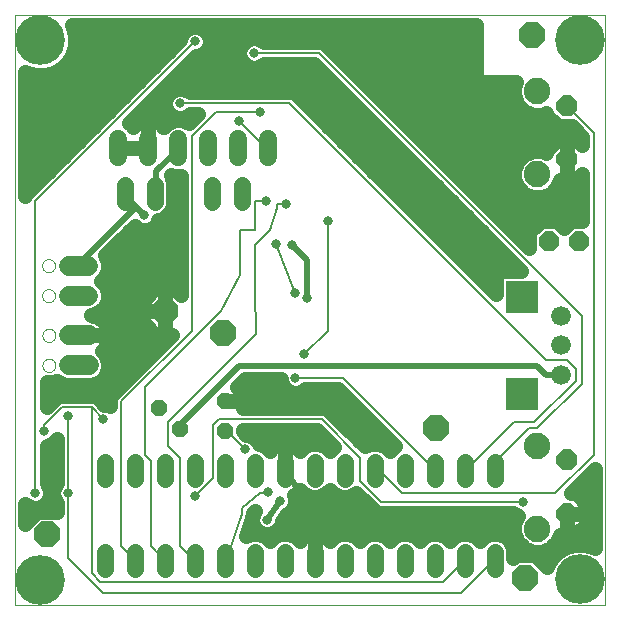
<source format=gtl>
G75*
%MOIN*%
%OFA0B0*%
%FSLAX24Y24*%
%IPPOS*%
%LPD*%
%AMOC8*
5,1,8,0,0,1.08239X$1,22.5*
%
%ADD10C,0.0000*%
%ADD11C,0.0560*%
%ADD12OC8,0.0660*%
%ADD13OC8,0.0850*%
%ADD14OC8,0.0700*%
%ADD15C,0.0885*%
%ADD16C,0.0660*%
%ADD17R,0.1102X0.1102*%
%ADD18C,0.0600*%
%ADD19C,0.0650*%
%ADD20OC8,0.0520*%
%ADD21C,0.0197*%
%ADD22C,0.0317*%
%ADD23C,0.0500*%
%ADD24C,0.0080*%
%ADD25C,0.1660*%
D10*
X000350Y000350D02*
X000350Y020035D01*
X020035Y020035D01*
X020035Y000350D01*
X000350Y000350D01*
X001267Y008344D02*
X001269Y008373D01*
X001275Y008401D01*
X001284Y008429D01*
X001297Y008455D01*
X001314Y008478D01*
X001333Y008500D01*
X001355Y008519D01*
X001380Y008534D01*
X001406Y008547D01*
X001434Y008555D01*
X001462Y008560D01*
X001491Y008561D01*
X001520Y008558D01*
X001548Y008551D01*
X001575Y008541D01*
X001601Y008527D01*
X001624Y008510D01*
X001645Y008490D01*
X001663Y008467D01*
X001678Y008442D01*
X001689Y008415D01*
X001697Y008387D01*
X001701Y008358D01*
X001701Y008330D01*
X001697Y008301D01*
X001689Y008273D01*
X001678Y008246D01*
X001663Y008221D01*
X001645Y008198D01*
X001624Y008178D01*
X001601Y008161D01*
X001575Y008147D01*
X001548Y008137D01*
X001520Y008130D01*
X001491Y008127D01*
X001462Y008128D01*
X001434Y008133D01*
X001406Y008141D01*
X001380Y008154D01*
X001355Y008169D01*
X001333Y008188D01*
X001314Y008210D01*
X001297Y008233D01*
X001284Y008259D01*
X001275Y008287D01*
X001269Y008315D01*
X001267Y008344D01*
X001267Y009344D02*
X001269Y009373D01*
X001275Y009401D01*
X001284Y009429D01*
X001297Y009455D01*
X001314Y009478D01*
X001333Y009500D01*
X001355Y009519D01*
X001380Y009534D01*
X001406Y009547D01*
X001434Y009555D01*
X001462Y009560D01*
X001491Y009561D01*
X001520Y009558D01*
X001548Y009551D01*
X001575Y009541D01*
X001601Y009527D01*
X001624Y009510D01*
X001645Y009490D01*
X001663Y009467D01*
X001678Y009442D01*
X001689Y009415D01*
X001697Y009387D01*
X001701Y009358D01*
X001701Y009330D01*
X001697Y009301D01*
X001689Y009273D01*
X001678Y009246D01*
X001663Y009221D01*
X001645Y009198D01*
X001624Y009178D01*
X001601Y009161D01*
X001575Y009147D01*
X001548Y009137D01*
X001520Y009130D01*
X001491Y009127D01*
X001462Y009128D01*
X001434Y009133D01*
X001406Y009141D01*
X001380Y009154D01*
X001355Y009169D01*
X001333Y009188D01*
X001314Y009210D01*
X001297Y009233D01*
X001284Y009259D01*
X001275Y009287D01*
X001269Y009315D01*
X001267Y009344D01*
X001259Y010670D02*
X001261Y010699D01*
X001267Y010727D01*
X001276Y010755D01*
X001289Y010781D01*
X001306Y010804D01*
X001325Y010826D01*
X001347Y010845D01*
X001372Y010860D01*
X001398Y010873D01*
X001426Y010881D01*
X001454Y010886D01*
X001483Y010887D01*
X001512Y010884D01*
X001540Y010877D01*
X001567Y010867D01*
X001593Y010853D01*
X001616Y010836D01*
X001637Y010816D01*
X001655Y010793D01*
X001670Y010768D01*
X001681Y010741D01*
X001689Y010713D01*
X001693Y010684D01*
X001693Y010656D01*
X001689Y010627D01*
X001681Y010599D01*
X001670Y010572D01*
X001655Y010547D01*
X001637Y010524D01*
X001616Y010504D01*
X001593Y010487D01*
X001567Y010473D01*
X001540Y010463D01*
X001512Y010456D01*
X001483Y010453D01*
X001454Y010454D01*
X001426Y010459D01*
X001398Y010467D01*
X001372Y010480D01*
X001347Y010495D01*
X001325Y010514D01*
X001306Y010536D01*
X001289Y010559D01*
X001276Y010585D01*
X001267Y010613D01*
X001261Y010641D01*
X001259Y010670D01*
X001259Y011670D02*
X001261Y011699D01*
X001267Y011727D01*
X001276Y011755D01*
X001289Y011781D01*
X001306Y011804D01*
X001325Y011826D01*
X001347Y011845D01*
X001372Y011860D01*
X001398Y011873D01*
X001426Y011881D01*
X001454Y011886D01*
X001483Y011887D01*
X001512Y011884D01*
X001540Y011877D01*
X001567Y011867D01*
X001593Y011853D01*
X001616Y011836D01*
X001637Y011816D01*
X001655Y011793D01*
X001670Y011768D01*
X001681Y011741D01*
X001689Y011713D01*
X001693Y011684D01*
X001693Y011656D01*
X001689Y011627D01*
X001681Y011599D01*
X001670Y011572D01*
X001655Y011547D01*
X001637Y011524D01*
X001616Y011504D01*
X001593Y011487D01*
X001567Y011473D01*
X001540Y011463D01*
X001512Y011456D01*
X001483Y011453D01*
X001454Y011454D01*
X001426Y011459D01*
X001398Y011467D01*
X001372Y011480D01*
X001347Y011495D01*
X001325Y011514D01*
X001306Y011536D01*
X001289Y011559D01*
X001276Y011585D01*
X001267Y011613D01*
X001261Y011641D01*
X001259Y011670D01*
D11*
X004021Y013790D02*
X004021Y014350D01*
X005021Y014350D02*
X005021Y013790D01*
X006916Y013783D02*
X006916Y014343D01*
X007916Y014343D02*
X007916Y013783D01*
X008350Y005130D02*
X008350Y004570D01*
X009350Y004570D02*
X009350Y005130D01*
X010350Y005130D02*
X010350Y004570D01*
X011350Y004570D02*
X011350Y005130D01*
X012350Y005130D02*
X012350Y004570D01*
X013350Y004570D02*
X013350Y005130D01*
X014350Y005130D02*
X014350Y004570D01*
X015350Y004570D02*
X015350Y005130D01*
X016350Y005130D02*
X016350Y004570D01*
X016350Y002130D02*
X016350Y001570D01*
X015350Y001570D02*
X015350Y002130D01*
X014350Y002130D02*
X014350Y001570D01*
X013350Y001570D02*
X013350Y002130D01*
X012350Y002130D02*
X012350Y001570D01*
X011350Y001570D02*
X011350Y002130D01*
X010350Y002130D02*
X010350Y001570D01*
X009350Y001570D02*
X009350Y002130D01*
X008350Y002130D02*
X008350Y001570D01*
X007350Y001570D02*
X007350Y002130D01*
X006350Y002130D02*
X006350Y001570D01*
X005350Y001570D02*
X005350Y002130D01*
X004350Y002130D02*
X004350Y001570D01*
X003350Y001570D02*
X003350Y002130D01*
X003350Y004570D02*
X003350Y005130D01*
X004350Y005130D02*
X004350Y004570D01*
X005350Y004570D02*
X005350Y005130D01*
X006350Y005130D02*
X006350Y004570D01*
X007350Y004570D02*
X007350Y005130D01*
D12*
X018157Y012502D03*
X019157Y012502D03*
D13*
X014380Y006269D03*
X007280Y009422D03*
X005350Y010143D03*
X001413Y002712D03*
X017371Y001258D03*
X017600Y019350D03*
D14*
X018753Y016988D03*
X018753Y015208D03*
X018753Y005177D03*
X018753Y003397D03*
D15*
X017773Y002907D03*
X017773Y005667D03*
X017773Y014718D03*
X017773Y017478D03*
D16*
X018568Y009996D03*
X018568Y009011D03*
X018568Y008027D03*
D17*
X017268Y007397D03*
X017268Y010626D03*
D18*
X008804Y015289D02*
X008804Y015889D01*
X007804Y015889D02*
X007804Y015289D01*
X006804Y015289D02*
X006804Y015889D01*
X005804Y015889D02*
X005804Y015289D01*
X004804Y015289D02*
X004804Y015889D01*
X003804Y015889D02*
X003804Y015289D01*
D19*
X002801Y011670D02*
X002151Y011670D01*
X002151Y010670D02*
X002801Y010670D01*
X002809Y009344D02*
X002160Y009344D01*
X002160Y008344D02*
X002809Y008344D01*
D20*
X005153Y006930D03*
X005853Y006230D03*
X007351Y006170D03*
X007351Y007170D03*
D21*
X007830Y008322D02*
X005763Y006256D01*
X005853Y006230D01*
X009350Y004990D02*
X009350Y004850D01*
X010350Y003350D01*
X010310Y003390D02*
X010322Y003402D01*
X009200Y003834D02*
X008761Y003204D01*
X009350Y004850D02*
X009350Y004870D01*
X007830Y008322D02*
X017771Y008322D01*
X018067Y008027D01*
X018568Y008027D01*
X010100Y010586D02*
X010100Y011850D01*
X009594Y012366D01*
X010094Y010586D02*
X010100Y010586D01*
X004673Y013350D02*
X004385Y013637D01*
X002515Y011767D01*
X002476Y011670D01*
X004385Y013637D02*
X003992Y014031D01*
X004021Y014070D01*
X005021Y014070D02*
X005074Y014130D01*
X005074Y014819D01*
X005763Y015507D01*
X005804Y015589D01*
X004804Y015589D02*
X004790Y015590D01*
X004790Y017030D01*
D22*
X004790Y017030D03*
X005862Y017082D03*
X007830Y016492D03*
X008519Y016787D03*
X008322Y018756D03*
X006354Y019149D03*
X008716Y013834D03*
X009405Y013736D03*
X010783Y013169D03*
X009594Y012366D03*
X009072Y012395D03*
X009700Y010767D03*
X010094Y010586D03*
X009996Y008716D03*
X009700Y007929D03*
X009600Y007100D03*
X009600Y006100D03*
X008030Y005550D03*
X008799Y004135D03*
X009200Y003834D03*
X008761Y003204D03*
X010350Y003350D03*
X011850Y003350D03*
X017279Y003795D03*
X006354Y003992D03*
X002122Y004090D03*
X001600Y004600D03*
X001039Y004090D03*
X001600Y005100D03*
X001334Y006157D03*
X002122Y006649D03*
X003303Y006551D03*
X002350Y007600D03*
X005350Y011030D03*
X004673Y013350D03*
D23*
X005131Y013180D02*
X005142Y013180D01*
X005366Y013273D01*
X005538Y013444D01*
X005631Y013669D01*
X005631Y014471D01*
X005544Y014682D01*
X005567Y014705D01*
X005679Y014659D01*
X005886Y014659D01*
X005886Y010703D01*
X005671Y010918D01*
X005350Y010918D01*
X005350Y010143D01*
X005350Y009368D01*
X005597Y009368D01*
X003684Y007455D01*
X003580Y007351D01*
X003523Y007215D01*
X003523Y006988D01*
X003400Y007039D01*
X003338Y007039D01*
X003223Y007154D01*
X003119Y007258D01*
X002983Y007314D01*
X001851Y007314D01*
X001715Y007258D01*
X001611Y007154D01*
X001409Y006952D01*
X001409Y007777D01*
X001597Y007777D01*
X001741Y007837D01*
X001789Y007789D01*
X002029Y007689D01*
X002939Y007689D01*
X003180Y007789D01*
X003364Y007973D01*
X003464Y008214D01*
X003464Y008474D01*
X003364Y008715D01*
X003249Y008831D01*
X003255Y008836D01*
X003318Y008898D01*
X003372Y008968D01*
X003416Y009045D01*
X003450Y009127D01*
X003472Y009212D01*
X003484Y009300D01*
X003484Y009344D01*
X003484Y009388D01*
X003472Y009476D01*
X003450Y009561D01*
X003416Y009643D01*
X003372Y009720D01*
X003318Y009790D01*
X003255Y009852D01*
X003185Y009906D01*
X003108Y009950D01*
X003027Y009984D01*
X002941Y010007D01*
X002878Y010016D01*
X002931Y010016D01*
X003172Y010115D01*
X003356Y010299D01*
X003456Y010540D01*
X003456Y010801D01*
X003356Y011041D01*
X003227Y011170D01*
X003356Y011299D01*
X003456Y011540D01*
X003456Y011801D01*
X003368Y012014D01*
X004343Y012989D01*
X004396Y012936D01*
X004576Y012862D01*
X004770Y012862D01*
X004950Y012936D01*
X005087Y013073D01*
X005131Y013180D01*
X005405Y013311D02*
X005886Y013311D01*
X005886Y013810D02*
X005631Y013810D01*
X005631Y014308D02*
X005886Y014308D01*
X004804Y015589D02*
X004454Y015589D01*
X003804Y015589D01*
X003804Y015589D01*
X004804Y015589D01*
X004804Y015589D01*
X004804Y015589D01*
X004804Y016539D01*
X004847Y016539D01*
X004931Y016528D01*
X005013Y016506D01*
X005092Y016473D01*
X005166Y016431D01*
X005233Y016379D01*
X005294Y016319D01*
X005315Y016291D01*
X005447Y016423D01*
X005679Y016519D01*
X005929Y016519D01*
X006157Y016425D01*
X006445Y016712D01*
X006183Y016712D01*
X006138Y016668D01*
X005959Y016594D01*
X005765Y016594D01*
X005585Y016668D01*
X005448Y016806D01*
X005373Y016985D01*
X005373Y017179D01*
X005448Y017359D01*
X005585Y017496D01*
X005765Y017571D01*
X005959Y017571D01*
X006138Y017496D01*
X006183Y017452D01*
X009577Y017452D01*
X009713Y017396D01*
X016387Y010722D01*
X016387Y011242D01*
X016437Y011364D01*
X016530Y011457D01*
X016652Y011507D01*
X017213Y011507D01*
X010335Y018386D01*
X008643Y018386D01*
X008599Y018341D01*
X008420Y018267D01*
X008225Y018267D01*
X008046Y018341D01*
X007908Y018479D01*
X007834Y018658D01*
X007834Y018853D01*
X007908Y019032D01*
X008046Y019170D01*
X008225Y019244D01*
X008420Y019244D01*
X008599Y019170D01*
X008643Y019126D01*
X010561Y019126D01*
X010697Y019069D01*
X017497Y012269D01*
X017497Y012775D01*
X017884Y013162D01*
X018430Y013162D01*
X018657Y012935D01*
X018884Y013162D01*
X019271Y013162D01*
X019271Y014736D01*
X019043Y014508D01*
X018753Y014508D01*
X018753Y015208D01*
X018753Y015208D01*
X018753Y015908D01*
X018463Y015908D01*
X018053Y015498D01*
X018053Y015438D01*
X017927Y015491D01*
X017620Y015491D01*
X017336Y015373D01*
X017118Y015156D01*
X017001Y014872D01*
X017001Y014564D01*
X017118Y014280D01*
X017336Y014063D01*
X017620Y013946D01*
X017927Y013946D01*
X018211Y014063D01*
X018428Y014280D01*
X018523Y014508D01*
X018753Y014508D01*
X018753Y015208D01*
X018753Y015208D01*
X018753Y015908D01*
X019043Y015908D01*
X019271Y015680D01*
X019271Y015945D01*
X018908Y016308D01*
X018472Y016308D01*
X018073Y016706D01*
X018073Y016766D01*
X017927Y016706D01*
X017620Y016706D01*
X017336Y016823D01*
X017118Y017040D01*
X017001Y017324D01*
X017001Y017632D01*
X017063Y017782D01*
X015738Y017780D01*
X015738Y019685D01*
X002246Y019685D01*
X002282Y019623D01*
X002361Y019328D01*
X002361Y019022D01*
X002282Y018727D01*
X002129Y018463D01*
X001913Y018247D01*
X001648Y018094D01*
X001353Y018015D01*
X001048Y018015D01*
X000753Y018094D01*
X000700Y018125D01*
X000700Y013983D01*
X000725Y014044D01*
X000829Y014148D01*
X005866Y019184D01*
X005866Y019246D01*
X005940Y019426D01*
X006077Y019563D01*
X006257Y019638D01*
X006451Y019638D01*
X006631Y019563D01*
X006768Y019426D01*
X006842Y019246D01*
X006842Y019052D01*
X006768Y018873D01*
X006631Y018735D01*
X006451Y018661D01*
X006389Y018661D01*
X004161Y016433D01*
X004166Y016431D01*
X004233Y016379D01*
X004294Y016319D01*
X004304Y016305D01*
X004314Y016319D01*
X004374Y016379D01*
X004442Y016431D01*
X004516Y016473D01*
X004595Y016506D01*
X004677Y016528D01*
X004761Y016539D01*
X004804Y016539D01*
X004804Y015589D01*
X004804Y015804D02*
X004804Y015804D01*
X004804Y016302D02*
X004804Y016302D01*
X005306Y016302D02*
X005326Y016302D01*
X005453Y016801D02*
X004528Y016801D01*
X005027Y017299D02*
X005423Y017299D01*
X005525Y017798D02*
X010923Y017798D01*
X010424Y018296D02*
X008489Y018296D01*
X008155Y018296D02*
X006024Y018296D01*
X004977Y018296D02*
X001962Y018296D01*
X002300Y018795D02*
X005476Y018795D01*
X005885Y019293D02*
X002361Y019293D01*
X000700Y017798D02*
X004479Y017798D01*
X003980Y017299D02*
X000700Y017299D01*
X000700Y016801D02*
X003482Y016801D01*
X002983Y016302D02*
X000700Y016302D01*
X000700Y015804D02*
X002485Y015804D01*
X001986Y015305D02*
X000700Y015305D01*
X000700Y014807D02*
X001488Y014807D01*
X000989Y014308D02*
X000700Y014308D01*
X003668Y012314D02*
X005886Y012314D01*
X005886Y012813D02*
X004166Y012813D01*
X003450Y011816D02*
X005886Y011816D01*
X005886Y011317D02*
X003363Y011317D01*
X003448Y010819D02*
X004929Y010819D01*
X005029Y010918D02*
X004575Y010464D01*
X004575Y010143D01*
X004575Y009822D01*
X005029Y009368D01*
X005350Y009368D01*
X005350Y010143D01*
X005350Y010143D01*
X005350Y010143D01*
X004575Y010143D01*
X005350Y010143D01*
X005350Y010143D01*
X005350Y010918D01*
X005029Y010918D01*
X005350Y010819D02*
X005350Y010819D01*
X005770Y010819D02*
X005886Y010819D01*
X005350Y010320D02*
X005350Y010320D01*
X005350Y009822D02*
X005350Y009822D01*
X004575Y009822D02*
X003286Y009822D01*
X003365Y010320D02*
X004575Y010320D01*
X005552Y009323D02*
X003484Y009323D01*
X003484Y009344D02*
X002484Y009344D01*
X003484Y009344D01*
X003255Y008825D02*
X005053Y008825D01*
X004555Y008326D02*
X003464Y008326D01*
X003219Y007828D02*
X004056Y007828D01*
X003571Y007329D02*
X001409Y007329D01*
X001611Y007154D02*
X001611Y007154D01*
X001718Y007828D02*
X001750Y007828D01*
X003223Y007154D02*
X003223Y007154D01*
X001752Y005888D02*
X001752Y004411D01*
X001708Y004367D01*
X001633Y004187D01*
X001633Y003993D01*
X001708Y003813D01*
X001752Y003769D01*
X001752Y003441D01*
X001726Y003467D01*
X001100Y003467D01*
X000700Y003067D01*
X000700Y003738D01*
X000762Y003676D01*
X000942Y003602D01*
X001136Y003602D01*
X001316Y003676D01*
X001453Y003813D01*
X001527Y003993D01*
X001527Y004187D01*
X001453Y004367D01*
X001409Y004411D01*
X001409Y005669D01*
X001431Y005669D01*
X001611Y005743D01*
X001748Y005880D01*
X001752Y005888D01*
X001752Y005834D02*
X001701Y005834D01*
X001752Y005335D02*
X001409Y005335D01*
X001409Y004837D02*
X001752Y004837D01*
X001696Y004338D02*
X001465Y004338D01*
X001464Y003840D02*
X001697Y003840D01*
X000974Y003341D02*
X000700Y003341D01*
X007351Y007170D02*
X007351Y007170D01*
X007961Y007170D01*
X007961Y007423D01*
X007749Y007635D01*
X008008Y007894D01*
X009212Y007894D01*
X009212Y007832D01*
X009286Y007652D01*
X009424Y007515D01*
X009603Y007440D01*
X009798Y007440D01*
X009977Y007515D01*
X010021Y007559D01*
X011122Y007559D01*
X013025Y005656D01*
X013004Y005647D01*
X012850Y005493D01*
X012696Y005647D01*
X012471Y005740D01*
X012229Y005740D01*
X012011Y005650D01*
X010796Y006864D01*
X010660Y006921D01*
X007961Y006921D01*
X007961Y007170D01*
X007351Y007170D01*
X007961Y007329D02*
X011352Y007329D01*
X011850Y006831D02*
X010830Y006831D01*
X011328Y006332D02*
X012349Y006332D01*
X012847Y005834D02*
X011827Y005834D01*
X010986Y005628D02*
X010850Y005493D01*
X010696Y005647D01*
X010471Y005740D01*
X010229Y005740D01*
X010004Y005647D01*
X009859Y005501D01*
X009831Y005540D01*
X009760Y005611D01*
X009680Y005669D01*
X009592Y005714D01*
X009498Y005744D01*
X009400Y005760D01*
X009350Y005760D01*
X009350Y004850D01*
X009350Y004850D01*
X009350Y005760D01*
X009300Y005760D01*
X009202Y005744D01*
X009108Y005714D01*
X009020Y005669D01*
X008940Y005611D01*
X008869Y005540D01*
X008841Y005501D01*
X008696Y005647D01*
X008482Y005736D01*
X008444Y005827D01*
X008307Y005964D01*
X008127Y006038D01*
X008065Y006038D01*
X007941Y006162D01*
X007941Y006181D01*
X010433Y006181D01*
X010986Y005628D01*
X010780Y005834D02*
X008437Y005834D01*
X009350Y005335D02*
X009350Y005335D01*
X009859Y004199D02*
X010004Y004053D01*
X010229Y003960D01*
X010471Y003960D01*
X010696Y004053D01*
X010850Y004207D01*
X011004Y004053D01*
X011229Y003960D01*
X011471Y003960D01*
X011696Y004053D01*
X011735Y004092D01*
X012241Y003585D01*
X012345Y003481D01*
X012481Y003425D01*
X016958Y003425D01*
X017002Y003381D01*
X017114Y003334D01*
X017001Y003061D01*
X017001Y002753D01*
X017118Y002469D01*
X017336Y002252D01*
X017620Y002135D01*
X017927Y002135D01*
X018211Y002252D01*
X018428Y002469D01*
X018523Y002697D01*
X018753Y002697D01*
X018753Y003397D01*
X018753Y003397D01*
X018753Y002697D01*
X019043Y002697D01*
X019453Y003107D01*
X019453Y003397D01*
X018753Y003397D01*
X019453Y003397D01*
X019453Y003687D01*
X019043Y004097D01*
X018892Y004097D01*
X019685Y004890D01*
X019685Y002260D01*
X019627Y002293D01*
X019332Y002372D01*
X019027Y002372D01*
X018732Y002293D01*
X018467Y002140D01*
X018251Y001924D01*
X018099Y001660D01*
X018085Y001611D01*
X017684Y002013D01*
X017058Y002013D01*
X016960Y001915D01*
X016960Y002251D01*
X016867Y002476D01*
X016696Y002647D01*
X016471Y002740D01*
X016229Y002740D01*
X016004Y002647D01*
X015850Y002493D01*
X015696Y002647D01*
X015471Y002740D01*
X015229Y002740D01*
X015004Y002647D01*
X014850Y002493D01*
X014696Y002647D01*
X014471Y002740D01*
X014229Y002740D01*
X014004Y002647D01*
X013850Y002493D01*
X013696Y002647D01*
X013471Y002740D01*
X013229Y002740D01*
X013004Y002647D01*
X012850Y002493D01*
X012696Y002647D01*
X012471Y002740D01*
X012229Y002740D01*
X012004Y002647D01*
X011850Y002493D01*
X011696Y002647D01*
X011471Y002740D01*
X011229Y002740D01*
X011004Y002647D01*
X010859Y002501D01*
X010831Y002540D01*
X010760Y002611D01*
X010680Y002669D01*
X010592Y002714D01*
X010498Y002744D01*
X010400Y002760D01*
X010350Y002760D01*
X010350Y001850D01*
X010350Y001850D01*
X010350Y002760D01*
X010300Y002760D01*
X010202Y002744D01*
X010108Y002714D01*
X010020Y002669D01*
X009940Y002611D01*
X009869Y002540D01*
X009841Y002501D01*
X009696Y002647D01*
X009471Y002740D01*
X009229Y002740D01*
X009004Y002647D01*
X008850Y002493D01*
X008696Y002647D01*
X008471Y002740D01*
X008229Y002740D01*
X008067Y002673D01*
X008261Y003273D01*
X008283Y003328D01*
X008283Y003343D01*
X008288Y003358D01*
X008283Y003416D01*
X008283Y003425D01*
X008346Y003478D01*
X008273Y003301D01*
X008273Y003107D01*
X008347Y002928D01*
X008485Y002790D01*
X008664Y002716D01*
X008859Y002716D01*
X009038Y002790D01*
X009175Y002928D01*
X009250Y003107D01*
X009250Y003156D01*
X009417Y003395D01*
X009477Y003420D01*
X009614Y003558D01*
X009689Y003737D01*
X009689Y003931D01*
X009653Y004017D01*
X009680Y004031D01*
X009760Y004089D01*
X009831Y004160D01*
X009859Y004199D01*
X009689Y003840D02*
X011987Y003840D01*
X010350Y002344D02*
X010350Y002344D01*
X009090Y002843D02*
X017001Y002843D01*
X016922Y002344D02*
X017244Y002344D01*
X017851Y001846D02*
X018206Y001846D01*
X018303Y002344D02*
X018921Y002344D01*
X019437Y002344D02*
X019685Y002344D01*
X019685Y002843D02*
X019189Y002843D01*
X018753Y002843D02*
X018753Y002843D01*
X018753Y003341D02*
X018753Y003341D01*
X018753Y003397D02*
X018753Y003397D01*
X019453Y003341D02*
X019685Y003341D01*
X019685Y003840D02*
X019301Y003840D01*
X019133Y004338D02*
X019685Y004338D01*
X019685Y004837D02*
X019631Y004837D01*
X017099Y003341D02*
X009379Y003341D01*
X008289Y003341D02*
X008283Y003341D01*
X008433Y002843D02*
X008122Y002843D01*
X007941Y007828D02*
X009214Y007828D01*
X015792Y011317D02*
X016418Y011317D01*
X016387Y010819D02*
X016291Y010819D01*
X016905Y011816D02*
X015294Y011816D01*
X014795Y012314D02*
X016406Y012314D01*
X015908Y012813D02*
X014297Y012813D01*
X013798Y013311D02*
X015409Y013311D01*
X014911Y013810D02*
X013300Y013810D01*
X012801Y014308D02*
X014412Y014308D01*
X013914Y014807D02*
X012303Y014807D01*
X011804Y015305D02*
X013415Y015305D01*
X012917Y015804D02*
X011306Y015804D01*
X010807Y016302D02*
X012418Y016302D01*
X011920Y016801D02*
X010309Y016801D01*
X009810Y017299D02*
X011421Y017299D01*
X011969Y017798D02*
X015738Y017798D01*
X015738Y018296D02*
X011471Y018296D01*
X010972Y018795D02*
X015738Y018795D01*
X015738Y019293D02*
X006823Y019293D01*
X006690Y018795D02*
X007834Y018795D01*
X012468Y017299D02*
X017011Y017299D01*
X017390Y016801D02*
X012966Y016801D01*
X013465Y016302D02*
X018914Y016302D01*
X018753Y015804D02*
X018753Y015804D01*
X018359Y015804D02*
X013963Y015804D01*
X014462Y015305D02*
X017268Y015305D01*
X017001Y014807D02*
X014960Y014807D01*
X015459Y014308D02*
X017107Y014308D01*
X015957Y013810D02*
X019271Y013810D01*
X019271Y013311D02*
X016456Y013311D01*
X016954Y012813D02*
X017535Y012813D01*
X017497Y012314D02*
X017453Y012314D01*
X018440Y014308D02*
X019271Y014308D01*
X018753Y014807D02*
X018753Y014807D01*
X018753Y015305D02*
X018753Y015305D01*
X019148Y015804D02*
X019271Y015804D01*
X002484Y009344D02*
X002484Y009344D01*
D24*
X004681Y007633D02*
X004681Y005370D01*
X004878Y005173D01*
X004878Y002319D01*
X005271Y001925D01*
X005350Y001850D01*
X005862Y002319D02*
X006256Y001925D01*
X006350Y001850D01*
X005862Y002319D02*
X005862Y005271D01*
X005468Y005665D01*
X005468Y006452D01*
X008405Y009389D01*
X008350Y010850D01*
X008350Y012350D01*
X008850Y012850D01*
X009100Y013600D01*
X009100Y013736D01*
X009405Y013736D01*
X008716Y013834D02*
X008350Y013834D01*
X008350Y012850D01*
X007850Y012850D01*
X007850Y011350D01*
X007216Y010169D01*
X004681Y007633D01*
X003893Y007141D02*
X003893Y002319D01*
X004287Y001925D01*
X004350Y001850D01*
X003204Y001137D02*
X002909Y001433D01*
X002909Y006944D01*
X003303Y006551D01*
X002909Y006944D02*
X001925Y006944D01*
X001334Y006354D01*
X001334Y006157D01*
X002122Y006649D02*
X002122Y004090D01*
X002122Y001925D01*
X003303Y000744D01*
X015212Y000744D01*
X016295Y001826D01*
X016350Y001850D01*
X015350Y001850D02*
X015311Y001826D01*
X014622Y001137D01*
X003204Y001137D01*
X007350Y001850D02*
X007437Y001925D01*
X007913Y003401D01*
X007913Y003598D01*
X008511Y004098D01*
X008799Y004135D01*
X006944Y004582D02*
X006944Y006354D01*
X007141Y006551D01*
X010586Y006551D01*
X011866Y005271D01*
X011866Y004484D01*
X012555Y003795D01*
X017279Y003795D01*
X018362Y004090D02*
X019641Y005370D01*
X019641Y016098D01*
X018756Y016984D01*
X018753Y016988D01*
X010783Y013169D02*
X010783Y009504D01*
X009996Y008716D01*
X009700Y007929D02*
X011275Y007929D01*
X014326Y004878D01*
X014350Y004850D01*
X015350Y004850D02*
X015409Y004878D01*
X016984Y006452D01*
X017673Y006452D01*
X019051Y007830D01*
X019051Y008224D01*
X018756Y008519D01*
X018067Y008519D01*
X009504Y017082D01*
X005862Y017082D01*
X006256Y016000D02*
X007043Y016787D01*
X008519Y016787D01*
X007830Y016492D02*
X008716Y015606D01*
X008804Y015589D01*
X006256Y016000D02*
X006256Y009504D01*
X003893Y007141D01*
X007351Y006170D02*
X007390Y006150D01*
X007510Y006030D01*
X007550Y006030D01*
X008030Y005550D01*
X006944Y004582D02*
X006354Y003992D01*
X001039Y004090D02*
X001039Y013834D01*
X006354Y019149D01*
X008322Y018756D02*
X010488Y018756D01*
X019248Y009996D01*
X019248Y007732D01*
X017771Y006256D01*
X017476Y006256D01*
X016393Y005173D01*
X016393Y004878D01*
X016350Y004850D01*
X018362Y004090D02*
X013244Y004090D01*
X012555Y004779D01*
X012358Y004779D01*
X012350Y004850D01*
X009700Y010767D02*
X009072Y012395D01*
D25*
X001201Y019175D03*
X019182Y019177D03*
X019179Y001212D03*
X001200Y001200D03*
M02*

</source>
